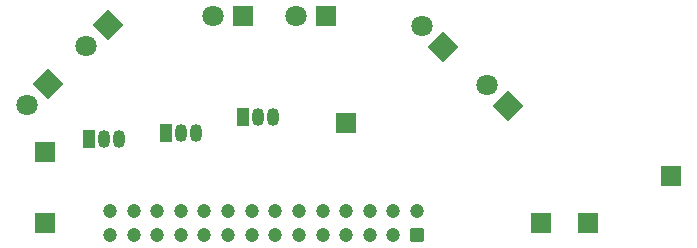
<source format=gbr>
%TF.GenerationSoftware,KiCad,Pcbnew,8.0.1*%
%TF.CreationDate,2024-03-24T18:49:43+02:00*%
%TF.ProjectId,ANTEUS001 MICROMOUSE SENSING,414e5445-5553-4303-9031-204d4943524f,rev?*%
%TF.SameCoordinates,Original*%
%TF.FileFunction,Soldermask,Bot*%
%TF.FilePolarity,Negative*%
%FSLAX46Y46*%
G04 Gerber Fmt 4.6, Leading zero omitted, Abs format (unit mm)*
G04 Created by KiCad (PCBNEW 8.0.1) date 2024-03-24 18:49:43*
%MOMM*%
%LPD*%
G01*
G04 APERTURE LIST*
G04 Aperture macros list*
%AMRoundRect*
0 Rectangle with rounded corners*
0 $1 Rounding radius*
0 $2 $3 $4 $5 $6 $7 $8 $9 X,Y pos of 4 corners*
0 Add a 4 corners polygon primitive as box body*
4,1,4,$2,$3,$4,$5,$6,$7,$8,$9,$2,$3,0*
0 Add four circle primitives for the rounded corners*
1,1,$1+$1,$2,$3*
1,1,$1+$1,$4,$5*
1,1,$1+$1,$6,$7*
1,1,$1+$1,$8,$9*
0 Add four rect primitives between the rounded corners*
20,1,$1+$1,$2,$3,$4,$5,0*
20,1,$1+$1,$4,$5,$6,$7,0*
20,1,$1+$1,$6,$7,$8,$9,0*
20,1,$1+$1,$8,$9,$2,$3,0*%
%AMRotRect*
0 Rectangle, with rotation*
0 The origin of the aperture is its center*
0 $1 length*
0 $2 width*
0 $3 Rotation angle, in degrees counterclockwise*
0 Add horizontal line*
21,1,$1,$2,0,0,$3*%
G04 Aperture macros list end*
%ADD10C,1.200000*%
%ADD11RoundRect,0.250000X0.350000X0.350000X-0.350000X0.350000X-0.350000X-0.350000X0.350000X-0.350000X0*%
%ADD12RotRect,1.800000X1.800000X135.000000*%
%ADD13C,1.800000*%
%ADD14R,1.800000X1.800000*%
%ADD15RotRect,1.800000X1.800000X225.000000*%
%ADD16O,1.050000X1.500000*%
%ADD17R,1.050000X1.500000*%
%ADD18R,1.700000X1.700000*%
G04 APERTURE END LIST*
D10*
%TO.C,J8*%
X87500000Y-73000000D03*
X87500000Y-75000000D03*
X89500000Y-73000000D03*
X89500000Y-75000000D03*
X91500000Y-73000000D03*
X91500000Y-75000000D03*
X93500000Y-73000000D03*
X93499999Y-75000000D03*
X95500000Y-72999999D03*
X95500000Y-75000000D03*
X97500000Y-73000000D03*
X97500001Y-75000000D03*
X99500001Y-73000000D03*
X99500000Y-75000000D03*
X101500000Y-73000000D03*
X101500001Y-75000000D03*
X103500000Y-73000000D03*
X103500000Y-75000000D03*
X105500000Y-73000000D03*
X105500000Y-75000000D03*
X107500000Y-73000000D03*
X107500000Y-75000000D03*
X109499999Y-73000000D03*
X109500000Y-75000000D03*
X111500000Y-73000000D03*
X111499999Y-75000000D03*
X113500000Y-72999999D03*
D11*
X113500000Y-75000000D03*
%TD*%
D12*
%TO.C,Q6*%
X121237300Y-64065900D03*
D13*
X119441249Y-62269849D03*
%TD*%
%TO.C,Q5*%
X103235000Y-56475000D03*
D14*
X105775000Y-56475000D03*
%TD*%
D13*
%TO.C,Q4*%
X85500049Y-58999951D03*
D15*
X87296100Y-57203900D03*
%TD*%
D16*
%TO.C,Q3*%
X101270000Y-65000000D03*
X100000000Y-65000000D03*
D17*
X98730000Y-65000000D03*
%TD*%
D16*
%TO.C,Q2*%
X94770000Y-66360000D03*
X93500000Y-66360000D03*
D17*
X92230000Y-66360000D03*
%TD*%
D16*
%TO.C,Q1*%
X88270000Y-66860000D03*
X87000000Y-66860000D03*
D17*
X85730000Y-66860000D03*
%TD*%
D18*
%TO.C,J7*%
X124000000Y-74000000D03*
%TD*%
%TO.C,J6*%
X135000000Y-70000000D03*
%TD*%
%TO.C,J5*%
X107500000Y-65500000D03*
%TD*%
%TO.C,J4*%
X128000000Y-74000000D03*
%TD*%
%TO.C,J3*%
X82000000Y-68000000D03*
%TD*%
%TO.C,J2*%
X82000000Y-74000000D03*
%TD*%
D12*
%TO.C,D5*%
X115737300Y-59065900D03*
D13*
X113941249Y-57269849D03*
%TD*%
%TO.C,D3*%
X96235000Y-56475000D03*
D14*
X98775000Y-56475000D03*
%TD*%
D13*
%TO.C,D1*%
X80500049Y-63999951D03*
D15*
X82296100Y-62203900D03*
%TD*%
M02*

</source>
